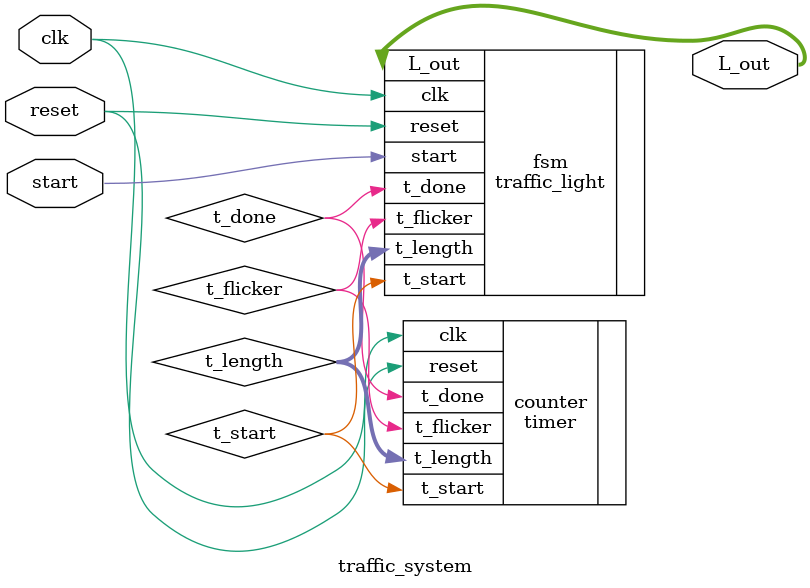
<source format=sv>
module traffic_system(
    input logic clk,
    input logic reset,
    input logic start,
    output logic [1:0] L_out
);

// Enter X and Y here
	localparam X = 9;
	localparam Y = 7;

// Put your code here
// ------------------
	logic t_start;
    logic [4:0] t_length;
    logic t_flicker;
    logic t_done;
    
    traffic_light fsm(
        .clk(clk),
        .reset(reset),
        .start(start), 
        .t_start(t_start), 
        .t_length(t_length), 
        .t_flicker(t_flicker),
        .t_done(t_done),
		.L_out(L_out)
    );
    
    timer counter(
		.clk(clk),
        .reset(reset),
        .t_start(t_start), 
        .t_length(t_length), 
        .t_flicker(t_flicker),
        .t_done(t_done)
    );
// end of your code
endmodule

</source>
